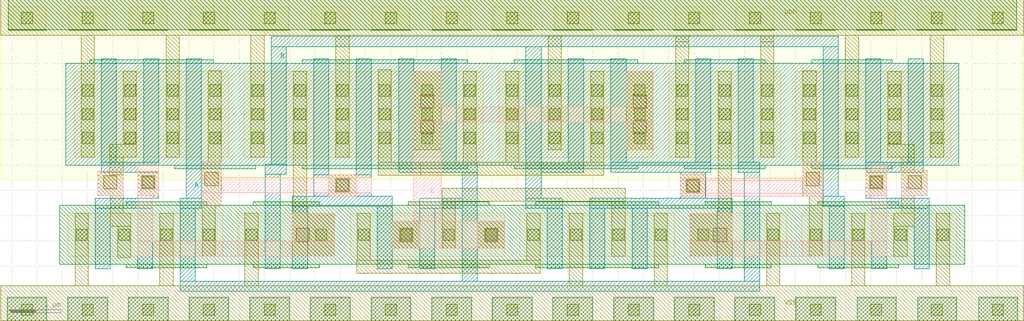
<source format=lef>
  X é 	    %é 	    % LIB  >A7KÆ§ð9D¸/ ZT é 	    %é 	    % gf180mcu_gp9t3v3__comp2_2         ,ÿþûj ÿþûj mÿÿJp mÿÿJp ÿþûj           ,ÿÿ!v )ÿÿ!v ëÿÿ$d ëÿÿ$d )ÿÿ!v )          ,ÿÿ!v  ûÿÿ!v  ýaÿÿ$d  ýaÿÿ$d  ûÿÿ!v  û          ,ÿÿ!v  ûÿÿ!v  ýaÿÿ$d  ýaÿÿ$d  ûÿÿ!v  û          ,ÿÿ!v )ÿÿ!v ëÿÿ$d ëÿÿ$d )ÿÿ!v )          ,ÿÿ!ß Gÿÿ!ß ëÿÿ-Ó ëÿÿ-Ó Gÿÿ!ß G          ,ÿÿ8æ )ÿÿ8æ ëÿÿ;Ô ëÿÿ;Ô )ÿÿ8æ )          ,ÿÿ&& )ÿÿ&& ëÿÿ) ëÿÿ) )ÿÿ&& )          ,ÿÿ= )ÿÿ= ëÿÿ@ ëÿÿ@ )ÿÿ= )          ,ÿÿ= )ÿÿ= ëÿÿ@ ëÿÿ@ )ÿÿ= )          ,ÿÿ*Ö )ÿÿ*Ö ëÿÿ-Ä ëÿÿ-Ä )ÿÿ*Ö )          ,ÿÿBF )ÿÿBF ëÿÿE4 ëÿÿE4 )ÿÿBF )          ,ÿÿBF )ÿÿBF ëÿÿE4 ëÿÿE4 )ÿÿBF )          ,ÿÿ8æ )ÿÿ8æ ëÿÿ;Ô ëÿÿ;Ô )ÿÿ8æ )          ,ÿÿ46 )ÿÿ46 ëÿÿ7$ ëÿÿ7$ )ÿÿ46 )          ,ÿÿ/ )ÿÿ/ ëÿÿ2t ëÿÿ2t )ÿÿ/ )          ,ÿÿ*Ö )ÿÿ*Ö ëÿÿ-Ä ëÿÿ-Ä )ÿÿ*Ö )          ,ÿÿ&& )ÿÿ&& ëÿÿ) ëÿÿ) )ÿÿ&& )          ,ÿÿ/ )ÿÿ/ ëÿÿ2t ëÿÿ2t )ÿÿ/ )          ,ÿÿ8× Gÿÿ8× ëÿÿDË ëÿÿDË Gÿÿ8× G          ,ÿÿ.ÿ Gÿÿ.ÿ ëÿÿ7« ëÿÿ7« Gÿÿ.ÿ G          ,ÿÿ46 )ÿÿ46 ëÿÿ7$ ëÿÿ7$ )ÿÿ46 )          ,ÿÿBF )ÿÿBF ëÿÿE4 ëÿÿE4 )ÿÿBF )          ,ÿÿBF )ÿÿBF ëÿÿE4 ëÿÿE4 )ÿÿBF )          ,ÿÿFö )ÿÿFö ëÿÿIä ëÿÿIä )ÿÿFö )          ,ÿÿFö )ÿÿFö ëÿÿIä ëÿÿIä )ÿÿFö )          ,ÿÿFö )ÿÿFö ëÿÿIä ëÿÿIä )ÿÿFö )          ,ÿÿFö )ÿÿFö ëÿÿIä ëÿÿIä )ÿÿFö )          ,ÿÿ
 )ÿÿ
 ëÿÿô ëÿÿô )ÿÿ
 )          ,ÿÿ
 )ÿÿ
 ëÿÿô ëÿÿô )ÿÿ
 )          ,ÿÿÆ )ÿÿÆ ëÿÿ´ ëÿÿ´ )ÿÿÆ )          ,ÿÿ )ÿÿ ëÿÿ ëÿÿ )ÿÿ )          ,ÿÿf )ÿÿf ëÿÿT ëÿÿT )ÿÿf )          ,ÿÿ¶ )ÿÿ¶ ëÿÿ¤ ëÿÿ¤ )ÿÿ¶ )          ,ÿÿ
 )ÿÿ
 ëÿÿô ëÿÿô )ÿÿ
 )          ,ÿÿ ¦ )ÿÿ ¦ ëÿÿ ëÿÿ )ÿÿ ¦ )          ,ÿÿV )ÿÿV ëÿÿD ëÿÿD )ÿÿV )          ,ÿÿÆ )ÿÿÆ ëÿÿ´ ëÿÿ´ )ÿÿÆ )          ,ÿÿ
 )ÿÿ
 ëÿÿô ëÿÿô )ÿÿ
 )          ,ÿÿ Gÿÿ ëÿÿ ëÿÿ Gÿÿ G          ,ÿÿ/ Gÿÿ/ ëÿÿ ³ ëÿÿ ³ Gÿÿ/ G          ,ÿÿ¶ )ÿÿ¶ ëÿÿ¤ ëÿÿ¤ )ÿÿ¶ )          ,ÿÿV )ÿÿV ëÿÿD ëÿÿD )ÿÿV )          ,ÿÿf )ÿÿf ëÿÿT ëÿÿT )ÿÿf )          ,ÿÿ ¦ )ÿÿ ¦ ëÿÿ ëÿÿ )ÿÿ ¦ )          ,ÿþûö )ÿþûö ëÿþþä ëÿþþä )ÿþûö )          ,ÿþûö )ÿþûö ëÿþþä ëÿþþä )ÿþûö )          ,ÿÿf  ûÿÿf  ýaÿÿT  ýaÿÿT  ûÿÿf  û          ,ÿÿÆ  ûÿÿÆ  ýaÿÿ´  ýaÿÿ´  ûÿÿÆ  û          ,ÿÿV  ûÿÿV  ýaÿÿD  ýaÿÿD  ûÿÿV  û          ,ÿÿV  ûÿÿV  ýaÿÿD  ýaÿÿD  ûÿÿV  û          ,ÿÿ
  ûÿÿ
  ýaÿÿô  ýaÿÿô  ûÿÿ
  û          ,ÿÿ   ÿÿ  ñÿÿ ñÿÿ  ÿÿ             ,ÿÿÆ  ûÿÿÆ  ýaÿÿ´  ýaÿÿ´  ûÿÿÆ  û          ,ÿÿ  ûÿÿ  ýaÿÿ  ýaÿÿ  ûÿÿ  û          ,ÿÿf  ûÿÿf  ýaÿÿT  ýaÿÿT  ûÿÿf  û          ,ÿÿ¶  ûÿÿ¶  ýaÿÿ¤  ýaÿÿ¤  ûÿÿ¶  û          ,ÿÿ
  ûÿÿ
  ýaÿÿô  ýaÿÿô  ûÿÿ
  û          ,ÿÿ
  ûÿÿ
  ýaÿÿô  ýaÿÿô  ûÿÿ
  û          ,ÿÿV  ûÿÿV  ýaÿÿD  ýaÿÿD  ûÿÿV  û          ,ÿÿV  ûÿÿV  ýaÿÿD  ýaÿÿD  ûÿÿV  û          ,ÿÿ·  ÿÿ· ñÿÿ7 ñÿÿ7  ÿÿ·            ,ÿÿc  ÿÿc ñÿÿ"W ñÿÿ"W  ÿÿc            ,ÿÿ
  ûÿÿ
  ýaÿÿô  ýaÿÿô  ûÿÿ
  û          ,ÿÿ¶  ûÿÿ¶  ýaÿÿ¤  ýaÿÿ¤  ûÿÿ¶  û          ,ÿÿ ¦  ûÿÿ ¦  ýaÿÿ  ýaÿÿ  ûÿÿ ¦  û          ,ÿÿ ¦  ûÿÿ ¦  ýaÿÿ  ýaÿÿ  ûÿÿ ¦  û          ,ÿÿ ¦  ûÿÿ ¦  ýaÿÿ  ýaÿÿ  ûÿÿ ¦  û          ,ÿÿ ¦  ûÿÿ ¦  ýaÿÿ  ýaÿÿ  ûÿÿ ¦  û          ,ÿÿ ¦  ûÿÿ ¦  ýaÿÿ  ýaÿÿ  ûÿÿ ¦  û          ,ÿÿ ¦  ûÿÿ ¦  ýaÿÿ  ýaÿÿ  ûÿÿ ¦  û          ,ÿÿ ¦  ûÿÿ ¦  ýaÿÿ  ýaÿÿ  ûÿÿ ¦  û          ,ÿÿ ¦  ûÿÿ ¦  ýaÿÿ  ýaÿÿ  ûÿÿ ¦  û          ,ÿþûö  ûÿþûö  ýaÿþþä  ýaÿþþä  ûÿþûö  û          ,ÿþûö  ûÿþûö  ýaÿþþä  ýaÿþþä  ûÿþûö  û          ,ÿþûö  ûÿþûö  ýaÿþþä  ýaÿþþä  ûÿþûö  û          ,ÿþûö  ûÿþûö  ýaÿþþä  ýaÿþþä  ûÿþûö  û          ,ÿþûö  ûÿþûö  ýaÿþþä  ýaÿþþä  ûÿþûö  û          ,ÿþûö  ûÿþûö  ýaÿþþä  ýaÿþþä  ûÿþûö  û          ,ÿþûö  ûÿþûö  ýaÿþþä  ýaÿþþä  ûÿþûö  û          ,ÿþûö  ûÿþûö  ýaÿþþä  ýaÿþþä  ûÿþûö  û          ,ÿÿ/  ûÿÿ/  ýaÿÿ2t  ýaÿÿ2t  ûÿÿ/  û          ,ÿÿBF  ûÿÿBF  ýaÿÿE4  ýaÿÿE4  ûÿÿBF  û          ,ÿÿBF  ûÿÿBF  ýaÿÿE4  ýaÿÿE4  ûÿÿBF  û          ,ÿÿBF  ûÿÿBF  ýaÿÿE4  ýaÿÿE4  ûÿÿBF  û          ,ÿÿBF  ûÿÿBF  ýaÿÿE4  ýaÿÿE4  ûÿÿBF  û          ,ÿÿBF  ûÿÿBF  ýaÿÿE4  ýaÿÿE4  ûÿÿBF  û          ,ÿÿBF  ûÿÿBF  ýaÿÿE4  ýaÿÿE4  ûÿÿBF  û          ,ÿÿBF  ûÿÿBF  ýaÿÿE4  ýaÿÿE4  ûÿÿBF  û          ,ÿÿBF  ûÿÿBF  ýaÿÿE4  ýaÿÿE4  ûÿÿBF  û          ,ÿÿFö  ûÿÿFö  ýaÿÿIä  ýaÿÿIä  ûÿÿFö  û          ,ÿÿFö  ûÿÿFö  ýaÿÿIä  ýaÿÿIä  ûÿÿFö  û          ,ÿÿFö  ûÿÿFö  ýaÿÿIä  ýaÿÿIä  ûÿÿFö  û          ,ÿÿFö  ûÿÿFö  ýaÿÿIä  ýaÿÿIä  ûÿÿFö  û          ,ÿÿFö  ûÿÿFö  ýaÿÿIä  ýaÿÿIä  ûÿÿFö  û          ,ÿÿFö  ûÿÿFö  ýaÿÿIä  ýaÿÿIä  ûÿÿFö  û          ,ÿÿFö  ûÿÿFö  ýaÿÿIä  ýaÿÿIä  ûÿÿFö  û          ,ÿÿFö  ûÿÿFö  ýaÿÿIä  ýaÿÿIä  ûÿÿFö  û          ,ÿÿ=  ûÿÿ=  ýaÿÿ@  ýaÿÿ@  ûÿÿ=  û          ,ÿÿ=  ûÿÿ=  ýaÿÿ@  ýaÿÿ@  ûÿÿ=  û          ,ÿÿ9O  ÿÿ9O ñÿÿEC ñÿÿEC  ÿÿ9O            ,ÿÿ0£  ÿÿ0£ ñÿÿ8# ñÿÿ8#  ÿÿ0£            ,ÿÿ#  ÿÿ# ñÿÿ/w ñÿÿ/w  ÿÿ#            ,ÿÿ=  ûÿÿ=  ýaÿÿ@  ýaÿÿ@  ûÿÿ=  û          ,ÿÿ=  ûÿÿ=  ýaÿÿ@  ýaÿÿ@  ûÿÿ=  û          ,ÿÿ46  ûÿÿ46  ýaÿÿ7$  ýaÿÿ7$  ûÿÿ46  û          ,ÿÿ8æ  ûÿÿ8æ  ýaÿÿ;Ô  ýaÿÿ;Ô  ûÿÿ8æ  û          ,ÿÿ8æ  ûÿÿ8æ  ýaÿÿ;Ô  ýaÿÿ;Ô  ûÿÿ8æ  û          ,ÿÿ46  ûÿÿ46  ýaÿÿ7$  ýaÿÿ7$  ûÿÿ46  û          ,ÿÿ/  ûÿÿ/  ýaÿÿ2t  ýaÿÿ2t  ûÿÿ/  û          ,ÿÿ*Ö  ûÿÿ*Ö  ýaÿÿ-Ä  ýaÿÿ-Ä  ûÿÿ*Ö  û          ,ÿÿ&&  ûÿÿ&&  ýaÿÿ)  ýaÿÿ)  ûÿÿ&&  û          ,ÿÿ&&  ûÿÿ&&  ýaÿÿ)  ýaÿÿ)  ûÿÿ&&  û          ,ÿÿ*Ö  ûÿÿ*Ö  ýaÿÿ-Ä  ýaÿÿ-Ä  ûÿÿ*Ö  û           ,ÿÿ	ò ÿÿ	ò ÿÿ ÿÿ ÿÿ	ò            ,ÿÿ¢ ÿÿ¢ ÿÿ¸ ÿÿ¸ ÿÿ¢            ,ÿÿR ÿÿR ÿÿh ÿÿh ÿÿR            ,ÿÿ² ÿÿ² ÿÿÈ ÿÿÈ ÿÿ²            ,ÿÿ ¦ ÿÿ ¦ ÿÿ¨ ÿÿ¨ ÿÿ ¦            ,ÿÿ!b ÿÿ!b ÿÿ$x ÿÿ$x ÿÿ!b            ,ÿÿ& ÿÿ& ÿÿ)( ÿÿ)( ÿÿ&            ,ÿÿ*Â ÿÿ*Â ÿÿ-Ø ÿÿ-Ø ÿÿ*Â            ,ÿÿ/r ÿÿ/r ÿÿ2 ÿÿ2 ÿÿ/r            ,ÿÿ4" ÿÿ4" ÿÿ78 ÿÿ78 ÿÿ4"            ,ÿÿ8Ò ÿÿ8Ò ÿÿ;è ÿÿ;è ÿÿ8Ò            ,ÿÿ ÿÿ ×ÿÿU ×ÿÿU ÿÿ            ,ÿÿí ÿÿí ×ÿÿ ×ÿÿ ÿÿí            ,ÿÿá ÿÿá ×ÿÿ!! ×ÿÿ!! ÿÿá            ,ÿÿ  ÿ¹ÿÿ  ÿÿÿÿU  ÿÿÿÿU  ÿ¹ÿÿ  ÿ¹           ,ÿÿí  ÿ¹ÿÿí  ÿÿÿÿ  ÿÿÿÿ  ÿ¹ÿÿí  ÿ¹           ,ÿÿá  ÿ¹ÿÿá  ÿÿÿÿ!!  ÿÿÿÿ!!  ÿ¹ÿÿá  ÿ¹           ,ÿÿV ÿÿV ÿÿX ÿÿX ÿÿV            ,ÿÿ= ÿÿ= ÿÿ@ ÿÿ@ ÿÿ=            ,ÿÿ	ò ÿÿ	ò ÿÿ ÿÿ ÿÿ	ò            ,ÿÿ	ò ÿÿ	ò ÿÿ ÿÿ ÿÿ	ò            ,ÿÿ= ÿÿ= ÿÿ@ ÿÿ@ ÿÿ=            ,ÿÿV ÿÿV ÿÿX ÿÿX ÿÿV            ,ÿÿá  ÿ¹ÿÿá  ÿÿÿÿ!!  ÿÿÿÿ!!  ÿ¹ÿÿá  ÿ¹           ,ÿÿí  ÿ¹ÿÿí  ÿÿÿÿ  ÿÿÿÿ  ÿ¹ÿÿí  ÿ¹           ,ÿÿ  ÿ¹ÿÿ  ÿÿÿÿU  ÿÿÿÿU  ÿ¹ÿÿ  ÿ¹           ,ÿÿá ÿÿá ×ÿÿ!! ×ÿÿ!! ÿÿá            ,ÿÿí ÿÿí ×ÿÿ ×ÿÿ ÿÿí            ,ÿÿ ÿÿ ×ÿÿU ×ÿÿU ÿÿ            ,ÿÿ8Ò ÿÿ8Ò ÿÿ;è ÿÿ;è ÿÿ8Ò            ,ÿÿ4" ÿÿ4" ÿÿ78 ÿÿ78 ÿÿ4"            ,ÿÿ/r ÿÿ/r ÿÿ2 ÿÿ2 ÿÿ/r            ,ÿÿ*Â ÿÿ*Â ÿÿ-Ø ÿÿ-Ø ÿÿ*Â            ,ÿÿ& ÿÿ& ÿÿ)( ÿÿ)( ÿÿ&            ,ÿÿ!b ÿÿ!b ÿÿ$x ÿÿ$x ÿÿ!b            ,ÿÿ² ÿÿ² ÿÿÈ ÿÿÈ ÿÿ²            ,ÿÿ ÿÿ ÿÿ ÿÿ ÿÿ            ,ÿÿR ÿÿR ÿÿh ÿÿh ÿÿR            ,ÿÿ¢ ÿÿ¢ ÿÿ¸ ÿÿ¸ ÿÿ¢            ,ÿÿ	ò ÿÿ	ò ÿÿ ÿÿ ÿÿ	ò            ,ÿþûö ÿþûö mÿÿIä mÿÿIä ÿþûö            ,ÿÿB2 ÿÿB2 ÿÿE4 ÿÿE4 ÿÿB2            ,ÿÿB2 ÿÿB2 ÿÿE4 ÿÿE4 ÿÿB2            ,ÿÿ$¹ ÿÿ$¹ ×ÿÿ.A ×ÿÿ.A ÿÿ$¹            ,ÿÿ1Ù ÿÿ1Ù ×ÿÿ6í ×ÿÿ6í ÿÿ1Ù            ,ÿÿ: ÿÿ: ×ÿÿ@Å ×ÿÿ@Å ÿÿ:            ,ÿÿ$¹  ÿ¹ÿÿ$¹  ÿÿÿÿ.A  ÿÿÿÿ.A  ÿ¹ÿÿ$¹  ÿ¹           ,ÿÿ1Ù  ÿ¹ÿÿ1Ù  ÿÿÿÿ6í  ÿÿÿÿ6í  ÿ¹ÿÿ1Ù  ÿ¹           ,ÿÿ:  ÿ¹ÿÿ:  ÿÿÿÿ@Å  ÿÿÿÿ@Å  ÿ¹ÿÿ:  ÿ¹           ,ÿÿ:  ÿ¹ÿÿ:  ÿÿÿÿ@Å  ÿÿÿÿ@Å  ÿ¹ÿÿ:  ÿ¹           ,ÿÿ1Ù  ÿ¹ÿÿ1Ù  ÿÿÿÿ6í  ÿÿÿÿ6í  ÿ¹ÿÿ1Ù  ÿ¹           ,ÿÿ$¹  ÿ¹ÿÿ$¹  ÿÿÿÿ.A  ÿÿÿÿ.A  ÿ¹ÿÿ$¹  ÿ¹           ,ÿþÿ÷  ÿÿÿþÿ÷ ÿÿEã ÿÿEã  ÿÿÿþÿ÷  ÿÿ           ,ÿÿ: ÿÿ: ×ÿÿ@Å ×ÿÿ@Å ÿÿ:            ,ÿÿ1Ù ÿÿ1Ù ×ÿÿ6í ×ÿÿ6í ÿÿ1Ù            ,ÿÿ$¹ ÿÿ$¹ ×ÿÿ.A ×ÿÿ.A ÿÿ$¹            ,ÿÿB2 ÿÿB2 ÿÿE4 ÿÿE4 ÿÿB2            ,ÿÿB2 ÿÿB2 ÿÿE4 ÿÿE4 ÿÿB2            ,ÿÿFâ ÿÿFâ ÿÿIä ÿÿIä ÿÿFâ            ,ÿÿFâ ÿÿFâ ÿÿIä ÿÿIä ÿÿFâ            ,ÿÿFâ ÿÿFâ ÿÿIä ÿÿIä ÿÿFâ            ,ÿÿFâ ÿÿFâ ÿÿIä ÿÿIä ÿÿFâ            ,ÿÿ ¦ ÿÿ ¦ ÿÿ¨ ÿÿ¨ ÿÿ ¦            ,ÿþûö ÿþûö ÿþþø ÿþþø ÿþûö            ,ÿþûö ÿþûö ÿþþø ÿþþø ÿþûö           ,ÿÿ­ ÿÿ­ Ñÿÿ} Ñÿÿ} ÿÿ­           ,ÿÿÕ aÿÿÕ §ÿÿ §ÿÿ aÿÿÕ a          ,ÿÿ­ aÿÿ­ §ÿÿ} §ÿÿ} aÿÿ­ a          ,ÿÿ¢  ûÿÿ¢  ýuÿÿ¸  ýuÿÿ¸  ûÿÿ¢  û          ,ÿÿ=  ûÿÿ=  ýuÿÿ@  ýuÿÿ@  ûÿÿ=  û          ,ÿÿR  ûÿÿR  ýuÿÿh  ýuÿÿh  ûÿÿR  û          ,ÿÿ  ûÿÿ  ýuÿÿ  ýuÿÿ  ûÿÿ  û          ,ÿÿ²  ûÿÿ²  ýuÿÿÈ  ýuÿÿÈ  ûÿÿ²  û          ,ÿÿ!b  ûÿÿ!b  ýuÿÿ$x  ýuÿÿ$x  ûÿÿ!b  û          ,ÿÿ&  ûÿÿ&  ýuÿÿ)(  ýuÿÿ)(  ûÿÿ&  û          ,ÿÿ*Â  ûÿÿ*Â  ýuÿÿ-Ø  ýuÿÿ-Ø  ûÿÿ*Â  û          ,ÿÿ/r  ûÿÿ/r  ýuÿÿ2  ýuÿÿ2  ûÿÿ/r  û          ,ÿÿ4"  ûÿÿ4"  ýuÿÿ78  ýuÿÿ78  ûÿÿ4"  û          ,ÿÿ8Ò  ûÿÿ8Ò  ýuÿÿ;è  ýuÿÿ;è  ûÿÿ8Ò  û          ,ÿÿ	ò  ûÿÿ	ò  ýuÿÿ  ýuÿÿ  ûÿÿ	ò  û          ,ÿÿB  ûÿÿB  ýuÿÿX  ýuÿÿX  ûÿÿB  û          ,ÿÿB  ûÿÿB  ýuÿÿX  ýuÿÿX  ûÿÿB  û          ,ÿÿ	ò  ûÿÿ	ò  ýuÿÿ  ýuÿÿ  ûÿÿ	ò  û          ,ÿÿ8Ò  ûÿÿ8Ò  ýuÿÿ;è  ýuÿÿ;è  ûÿÿ8Ò  û          ,ÿÿ4"  ûÿÿ4"  ýuÿÿ78  ýuÿÿ78  ûÿÿ4"  û          ,ÿÿ/r  ûÿÿ/r  ýuÿÿ2  ýuÿÿ2  ûÿÿ/r  û          ,ÿÿ*Â  ûÿÿ*Â  ýuÿÿ-Ø  ýuÿÿ-Ø  ûÿÿ*Â  û          ,ÿÿ&  ûÿÿ&  ýuÿÿ)(  ýuÿÿ)(  ûÿÿ&  û          ,ÿÿ!b  ûÿÿ!b  ýuÿÿ$x  ýuÿÿ$x  ûÿÿ!b  û          ,ÿÿ²  ûÿÿ²  ýuÿÿÈ  ýuÿÿÈ  ûÿÿ²  û          ,ÿÿ  ûÿÿ  ýuÿÿ  ýuÿÿ  ûÿÿ  û          ,ÿÿR  ûÿÿR  ýuÿÿh  ýuÿÿh  ûÿÿR  û          ,ÿÿ=  ûÿÿ=  ýuÿÿ@  ýuÿÿ@  ûÿÿ=  û          ,ÿÿ¢  ûÿÿ¢  ýuÿÿ¸  ýuÿÿ¸  ûÿÿ¢  û          ,ÿÿ­ aÿÿ­ §ÿÿ} §ÿÿ} aÿÿ­ a          ,ÿÿÕ aÿÿÕ §ÿÿ §ÿÿ aÿÿÕ a          ,ÿÿ­ ÿÿ­ Ñÿÿ} Ñÿÿ} ÿÿ­           ,ÿÿE ÿÿE ÑÿÿÍ ÑÿÿÍ ÿÿE           ,ÿÿ# ÿÿ# Ñÿÿ, Ñÿÿ, ÿÿ#           ,ÿÿ05 ÿÿ05 Ñÿÿ6u Ñÿÿ6u ÿÿ05           ,ÿÿ: ÿÿ: Ñÿÿ@M Ñÿÿ@M ÿÿ:           ,ÿÿ# aÿÿ# §ÿÿ, §ÿÿ, aÿÿ# a          ,ÿÿ05 aÿÿ05 §ÿÿ6u §ÿÿ6u aÿÿ05 a          ,ÿÿ: aÿÿ: §ÿÿ@M §ÿÿ@M aÿÿ: a          ,ÿÿ: aÿÿ: §ÿÿ@M §ÿÿ@M aÿÿ: a          ,ÿÿ05 aÿÿ05 §ÿÿ6u §ÿÿ6u aÿÿ05 a          ,ÿÿ# aÿÿ# §ÿÿ, §ÿÿ, aÿÿ# a          ,ÿÿ o §ÿÿ o ÿÿEk ÿÿEk §ÿÿ o §          ,ÿÿ: ÿÿ: Ñÿÿ@M Ñÿÿ@M ÿÿ:           ,ÿÿ05 ÿÿ05 Ñÿÿ6u Ñÿÿ6u ÿÿ05           ,ÿÿ# ÿÿ# Ñÿÿ, Ñÿÿ, ÿÿ#           ,ÿÿBF  ûÿÿBF  ýuÿÿEH  ýuÿÿEH  ûÿÿBF  û          ,ÿÿBF  ûÿÿBF  ýuÿÿEH  ýuÿÿEH  ûÿÿBF  û          ,ÿÿBF  ûÿÿBF  ýuÿÿEH  ýuÿÿEH  ûÿÿBF  û          ,ÿÿBF  ûÿÿBF  ýuÿÿEH  ýuÿÿEH  ûÿÿBF  û          ,ÿÿFö  ûÿÿFö  ýuÿÿIø  ýuÿÿIø  ûÿÿFö  û          ,ÿÿFö  ûÿÿFö  ýuÿÿIø  ýuÿÿIø  ûÿÿFö  û          ,ÿÿFö  ûÿÿFö  ýuÿÿIø  ýuÿÿIø  ûÿÿFö  û          ,ÿÿFö  ûÿÿFö  ýuÿÿIø  ýuÿÿIø  ûÿÿFö  û          ,ÿÿ   ûÿÿ   ýuÿÿ¨  ýuÿÿ¨  ûÿÿ   û          ,ÿÿ   ûÿÿ   ýuÿÿ¨  ýuÿÿ¨  ûÿÿ   û          ,ÿÿ   ûÿÿ   ýuÿÿ¨  ýuÿÿ¨  ûÿÿ   û          ,ÿÿ   ûÿÿ   ýuÿÿ¨  ýuÿÿ¨  ûÿÿ   û          ,ÿþûâ  ûÿþûâ  ýuÿþþø  ýuÿþþø  ûÿþûâ  û          ,ÿþûâ  ûÿþûâ  ýuÿþþø  ýuÿþþø  ûÿþûâ  û          ,ÿþûâ  ûÿþûâ  ýuÿþþø  ýuÿþþø  ûÿþûâ  û          ,ÿþûâ  ûÿþûâ  ýuÿþþø  ýuÿþþø  ûÿþûâ  û          ,ÿÿK ÕÿÿK ÿÿ< ÿÿ< ÕÿÿK Õ          ,ÿÿs »ÿÿs åÿÿ åÿÿ »ÿÿs »          ,ÿÿ	» ÿÿ	» åÿÿ
ç åÿÿ
ç ÿÿ	»           ,ÿÿ>³ Uÿÿ>³ ÿÿC' ÿÿC' Uÿÿ>³ U          ,ÿÿK »ÿÿK Õÿÿw Õÿÿw »ÿÿK »          ,ÿÿ	C Uÿÿ	C ÿÿ
ç ÿÿ
ç Uÿÿ	C U          ,ÿÿÓ óÿÿÓ »ÿÿw »ÿÿw óÿÿÓ ó          ,ÿÿÓ  ÿ¥ÿÿÓ óÿÿÿ óÿÿÿ  ÿ¥ÿÿÓ  ÿ¥          ,ÿÿ îÿÿ åÿÿ¿ åÿÿ¿ îÿÿ î          ,ÿÿ# ÿÿ# åÿÿO åÿÿO ÿÿ#           ,ÿÿO ÿÿO ãÿÿ ; ãÿÿ ; ÿÿO           ,ÿÿï  ÿ¥ÿÿï }ÿÿ }ÿÿ  ÿ¥ÿÿï  ÿ¥          ,ÿÿï }ÿÿï Eÿÿ« Eÿÿ« }ÿÿï }          ,ÿÿÇ UÿÿÇ ÿÿ ÿÿ UÿÿÇ U          ,ÿÿÇ  ÿ¥ÿÿÇ Uÿÿó Uÿÿó  ÿ¥ÿÿÇ  ÿ¥          ,ÿÿ(ç Uÿÿ(ç ÿÿ3ë ÿÿ3ë Uÿÿ(ç U          ,ÿÿ%' ÿÿ%' ãÿÿ(o ãÿÿ(o ÿÿ%'           ,ÿÿ:ó Eÿÿ:ó Õÿÿ< Õÿÿ< Eÿÿ:ó E          ,ÿÿAû  ÿ¥ÿÿAû UÿÿC' UÿÿC'  ÿ¥ÿÿAû  ÿ¥          ,ÿÿ>; ÿÿ>; ãÿÿB¯ ãÿÿB¯ ÿÿ>;           ,ÿÿ	C  ýíÿÿ	C  þµÿÿ6  þµÿÿ6  ýíÿÿ	C  ýí          ,ÿÿA ãÿÿA åÿÿB¯ åÿÿB¯ ãÿÿA ã          ,ÿÿ	C  ýíÿÿ	C  þµÿÿ6  þµÿÿ6  ýíÿÿ	C  ýí          ,ÿÿ:ó Eÿÿ:ó Õÿÿ< Õÿÿ< Eÿÿ:ó E          ,ÿÿ4Û  þµÿÿ4Û ÿÿ6 ÿÿ6  þµÿÿ4Û  þµ          ,ÿÿ%  ÿ¥ÿÿ% Uÿÿ&Ë Uÿÿ&Ë  ÿ¥ÿÿ%  ÿ¥          ,ÿÿ#û Uÿÿ#û ÿÿ&Ë ÿÿ&Ë Uÿÿ#û U          ,ÿÿ#û ÿÿ#û Õÿÿ%' Õÿÿ%' ÿÿ#û           ,ÿÿ  þµÿÿ ÿÿ ; ÿÿ ;  þµÿÿ  þµ          ,ÿÿ  ÿ¥ÿÿ }ÿÿ« }ÿÿ«  ÿ¥ÿÿ  ÿ¥          ,ÿÿï  ÿ¥ÿÿï }ÿÿ }ÿÿ  ÿ¥ÿÿï  ÿ¥          ,ÿÿ Eÿÿ îÿÿ îÿÿ Eÿÿ E          ,ÿÿk ãÿÿk åÿÿ åÿÿ ãÿÿk ã          ,ÿÿÛ îÿÿÛ åÿÿ åÿÿ îÿÿÛ î          ,ÿÿ îÿÿ åÿÿ¿ åÿÿ¿ îÿÿ î          ,ÿÿÓ  ÿ¥ÿÿÓ óÿÿÿ óÿÿÿ  ÿ¥ÿÿÓ  ÿ¥          ,ÿÿ	C  þµÿÿ	C Uÿÿ
o Uÿÿ
o  þµÿÿ	C  þµ          ,ÿÿÓ óÿÿÓ »ÿÿw »ÿÿw óÿÿÓ ó          ,ÿÿK »ÿÿK Õÿÿw Õÿÿw »ÿÿK »          ,ÿÿû  ÿ¥ÿÿû Uÿÿ' Uÿÿ'  ÿ¥ÿÿû  ÿ¥          ,ÿÿû ÿÿû ÿÿ ÿÿ ÿÿû           ,ÿÿs ãÿÿs åÿÿ åÿÿ ãÿÿs ã          ,ÿÿK ÕÿÿK ÿÿ< ÿÿ< ÕÿÿK Õ          ,ÿÿ+ ÿÿ+ ãÿÿ ãÿÿ ÿÿ+           ,ÿÿ+ ãÿÿ+ åÿÿW åÿÿW ãÿÿ+ ã          ,ÿÿ³  ÿ¥ÿÿ³ Uÿÿß Uÿÿß  ÿ¥ÿÿ³  ÿ¥          ,ÿÿ³ Uÿÿ³ ÿÿ' ÿÿ' Uÿÿ³ U          ,ÿÿ(ç  ÿ¥ÿÿ(ç Uÿÿ* Uÿÿ*  ÿ¥ÿÿ(ç  ÿ¥          ,ÿÿ>; ãÿÿ>; åÿÿ?g åÿÿ?g ãÿÿ>; ã          ,ÿÿ>; ÿÿ>; ÿÿ?ß ÿÿ?ß ÿÿ>;           ,ÿÿ:ó }ÿÿ:ó Eÿÿ< Eÿÿ< }ÿÿ:ó }          ,ÿÿ;k  ÿ¥ÿÿ;k }ÿÿ< }ÿÿ<  ÿ¥ÿÿ;k  ÿ¥          ,ÿÿ>³  ÿ¥ÿÿ>³ Uÿÿ?ß Uÿÿ?ß  ÿ¥ÿÿ>³  ÿ¥          ,ÿÿ;k  ÿ¥ÿÿ;k }ÿÿ< }ÿÿ<  ÿ¥ÿÿ;k  ÿ¥          ,ÿÿ:ó }ÿÿ:ó Eÿÿ< Eÿÿ< }ÿÿ:ó }          ,ÿÿ2¿  ÿ¥ÿÿ2¿ Uÿÿ3ë Uÿÿ3ë  ÿ¥ÿÿ2¿  ÿ¥          ,ÿÿ,/  ÿ¥ÿÿ,/ Uÿÿ-[ Uÿÿ-[  ÿ¥ÿÿ,/  ÿ¥          ,ÿÿ/ê ÿÿ/ê ÿÿ1Þ ÿÿ1Þ ÿÿ/ê           ,ÿÿ4c ÿÿ4c ãÿÿ6 ãÿÿ6 ÿÿ4c           ,ÿÿ4c ãÿÿ4c åÿÿ5 åÿÿ5 ãÿÿ4c ã          ,ÿÿ* ÿÿ* ãÿÿ2G ãÿÿ2G ÿÿ*           ,ÿÿ1 ãÿÿ1 åÿÿ2G åÿÿ2G ãÿÿ1 ã          ,ÿÿ* ãÿÿ* åÿÿ+· åÿÿ+· ãÿÿ* ã          ,ÿÿ'C ãÿÿ'C åÿÿ(o åÿÿ(o ãÿÿ'C ã      !    ,ÿÿ" ÿÿ" xÿÿ#[ xÿÿ#[ ÿÿ"       !    ,ÿÿ"  üÿÿ"  üîÿÿ#[  üîÿÿ#[  üÿÿ"  ü      !    ,ÿÿ"  üÿÿ"  üîÿÿ#[  üîÿÿ#[  üÿÿ"  ü      !    ,ÿÿ" 	Uÿÿ" 
1ÿÿ#[ 
1ÿÿ#[ 	Uÿÿ" 	U      !    ,ÿÿ" +ÿÿ" ÿÿ#[ ÿÿ#[ +ÿÿ" +      !    ,ÿÿ" ÿÿ" Ýÿÿ#[ Ýÿÿ#[ ÿÿ"       !    ,ÿÿ" ÿÿ" xÿÿ#[ xÿÿ#[ ÿÿ"       !    ,ÿÿ%Ç ÿÿ%Ç Ýÿÿ&£ Ýÿÿ&£ ÿÿ%Ç       !    ,ÿÿ%Ç +ÿÿ%Ç ÿÿ&£ ÿÿ&£ +ÿÿ%Ç +      !    ,ÿÿ%Ç 	Uÿÿ%Ç 
1ÿÿ&£ 
1ÿÿ&£ 	Uÿÿ%Ç 	U      !    ,ÿÿ+ß ÿÿ+ß xÿÿ,» xÿÿ,» ÿÿ+ß       !    ,ÿÿ) +ÿÿ) ÿÿ)ë ÿÿ)ë +ÿÿ) +      !    ,ÿÿ0 ÿÿ0 xÿÿ1k xÿÿ1k ÿÿ0       !    ,ÿÿ) 	Uÿÿ) 
1ÿÿ)ë 
1ÿÿ)ë 	Uÿÿ) 	U      !    ,ÿÿ5? ÿÿ5? xÿÿ6 xÿÿ6 ÿÿ5?       !    ,ÿÿ> ÿÿ> xÿÿ?{ xÿÿ?{ ÿÿ>       !    ,ÿÿ) 	Uÿÿ) 
1ÿÿ)ë 
1ÿÿ)ë 	Uÿÿ) 	U      !    ,ÿÿ0 ÿÿ0 xÿÿ1k xÿÿ1k ÿÿ0       !    ,ÿÿ) +ÿÿ) ÿÿ)ë ÿÿ)ë +ÿÿ) +      !    ,ÿÿ+ß ÿÿ+ß xÿÿ,» xÿÿ,» ÿÿ+ß       !    ,ÿÿ) ÿÿ) Ýÿÿ)ë Ýÿÿ)ë ÿÿ)       !    ,ÿÿ'/ ÿÿ'/ xÿÿ( xÿÿ( ÿÿ'/       !    ,ÿÿ9ï ÿÿ9ï xÿÿ:Ë xÿÿ:Ë ÿÿ9ï       !    ,ÿÿ9ï ÿÿ9ï xÿÿ:Ë xÿÿ:Ë ÿÿ9ï       !    ,ÿÿ'/ ÿÿ'/ xÿÿ( xÿÿ( ÿÿ'/       !    ,ÿÿ) ÿÿ) Ýÿÿ)ë Ýÿÿ)ë ÿÿ)       !    ,ÿÿ> ÿÿ> xÿÿ?{ xÿÿ?{ ÿÿ>       !    ,ÿÿ5? ÿÿ5? xÿÿ6 xÿÿ6 ÿÿ5?       !    ,ÿÿCO ÿÿCO xÿÿD+ xÿÿD+ ÿÿCO       !    ,ÿÿCO ÿÿCO xÿÿD+ xÿÿD+ ÿÿCO       !    ,ÿÿCO ÿÿCO xÿÿD+ xÿÿD+ ÿÿCO       !    ,ÿÿCO ÿÿCO xÿÿD+ xÿÿD+ ÿÿCO       !    ,ÿÿGÿ ÿÿGÿ xÿÿHÛ xÿÿHÛ ÿÿGÿ       !    ,ÿÿGÿ ÿÿGÿ xÿÿHÛ xÿÿHÛ ÿÿGÿ       !    ,ÿÿGÿ ÿÿGÿ xÿÿHÛ xÿÿHÛ ÿÿGÿ       !    ,ÿÿGÿ ÿÿGÿ xÿÿHÛ xÿÿHÛ ÿÿGÿ       !    ,ÿÿCO 	UÿÿCO 
1ÿÿD+ 
1ÿÿD+ 	UÿÿCO 	U      !    ,ÿÿCO ÿÿCO ÝÿÿD+ ÝÿÿD+ ÿÿCO       !    ,ÿÿCO +ÿÿCO ÿÿD+ ÿÿD+ +ÿÿCO +      !    ,ÿÿ/ 	Uÿÿ/ 
1ÿÿ0{ 
1ÿÿ0{ 	Uÿÿ/ 	U      !    ,ÿÿ2ç 	Uÿÿ2ç 
1ÿÿ3Ã 
1ÿÿ3Ã 	Uÿÿ2ç 	U      !    ,ÿÿ6/ 	Uÿÿ6/ 
1ÿÿ7 
1ÿÿ7 	Uÿÿ6/ 	U      !    ,ÿÿ9w 	Uÿÿ9w 
1ÿÿ:S 
1ÿÿ:S 	Uÿÿ9w 	U      !    ,ÿÿ<¿ 	Uÿÿ<¿ 
1ÿÿ= 
1ÿÿ= 	Uÿÿ<¿ 	U      !    ,ÿÿ@ 	Uÿÿ@ 
1ÿÿ@ã 
1ÿÿ@ã 	Uÿÿ@ 	U      !    ,ÿÿ/ ÿÿ/ Ýÿÿ0{ Ýÿÿ0{ ÿÿ/       !    ,ÿÿ,W ÿÿ,W Ýÿÿ-3 Ýÿÿ-3 ÿÿ,W       !    ,ÿÿ,W ÿÿ,W Ýÿÿ-3 Ýÿÿ-3 ÿÿ,W       !    ,ÿÿ/ ÿÿ/ Ýÿÿ0{ Ýÿÿ0{ ÿÿ/       !    ,ÿÿ2ç ÿÿ2ç Ýÿÿ3Ã Ýÿÿ3Ã ÿÿ2ç       !    ,ÿÿ6/ ÿÿ6/ Ýÿÿ7 Ýÿÿ7 ÿÿ6/       !    ,ÿÿ9w ÿÿ9w Ýÿÿ:S Ýÿÿ:S ÿÿ9w       !    ,ÿÿ<¿ ÿÿ<¿ Ýÿÿ= Ýÿÿ= ÿÿ<¿       !    ,ÿÿ@ ÿÿ@ Ýÿÿ@ã Ýÿÿ@ã ÿÿ@       !    ,ÿÿ,W +ÿÿ,W ÿÿ-3 ÿÿ-3 +ÿÿ,W +      !    ,ÿÿ/ +ÿÿ/ ÿÿ0{ ÿÿ0{ +ÿÿ/ +      !    ,ÿÿ2ç +ÿÿ2ç ÿÿ3Ã ÿÿ3Ã +ÿÿ2ç +      !    ,ÿÿ6/ +ÿÿ6/ ÿÿ7 ÿÿ7 +ÿÿ6/ +      !    ,ÿÿ9w +ÿÿ9w ÿÿ:S ÿÿ:S +ÿÿ9w +      !    ,ÿÿ<¿ +ÿÿ<¿ ÿÿ= ÿÿ= +ÿÿ<¿ +      !    ,ÿÿ@ +ÿÿ@ ÿÿ@ã ÿÿ@ã +ÿÿ@ +      !    ,ÿÿ,W 	Uÿÿ,W 
1ÿÿ-3 
1ÿÿ-3 	Uÿÿ,W 	U      !    ,ÿÿ@ 	Uÿÿ@ 
1ÿÿ@ã 
1ÿÿ@ã 	Uÿÿ@ 	U      !    ,ÿÿ<¿ 	Uÿÿ<¿ 
1ÿÿ= 
1ÿÿ= 	Uÿÿ<¿ 	U      !    ,ÿÿ9w 	Uÿÿ9w 
1ÿÿ:S 
1ÿÿ:S 	Uÿÿ9w 	U      !    ,ÿÿ6/ 	Uÿÿ6/ 
1ÿÿ7 
1ÿÿ7 	Uÿÿ6/ 	U      !    ,ÿÿ2ç 	Uÿÿ2ç 
1ÿÿ3Ã 
1ÿÿ3Ã 	Uÿÿ2ç 	U      !    ,ÿÿ/ 	Uÿÿ/ 
1ÿÿ0{ 
1ÿÿ0{ 	Uÿÿ/ 	U      !    ,ÿÿ,W 	Uÿÿ,W 
1ÿÿ-3 
1ÿÿ-3 	Uÿÿ,W 	U      !    ,ÿÿ@ +ÿÿ@ ÿÿ@ã ÿÿ@ã +ÿÿ@ +      !    ,ÿÿ<¿ +ÿÿ<¿ ÿÿ= ÿÿ= +ÿÿ<¿ +      !    ,ÿÿ9w +ÿÿ9w ÿÿ:S ÿÿ:S +ÿÿ9w +      !    ,ÿÿ6/ +ÿÿ6/ ÿÿ7 ÿÿ7 +ÿÿ6/ +      !    ,ÿÿ2ç +ÿÿ2ç ÿÿ3Ã ÿÿ3Ã +ÿÿ2ç +      !    ,ÿÿ/ +ÿÿ/ ÿÿ0{ ÿÿ0{ +ÿÿ/ +      !    ,ÿÿ,W +ÿÿ,W ÿÿ-3 ÿÿ-3 +ÿÿ,W +      !    ,ÿÿ@ ÿÿ@ Ýÿÿ@ã Ýÿÿ@ã ÿÿ@       !    ,ÿÿ<¿ ÿÿ<¿ Ýÿÿ= Ýÿÿ= ÿÿ<¿       !    ,ÿÿ9w ÿÿ9w Ýÿÿ:S Ýÿÿ:S ÿÿ9w       !    ,ÿÿ6/ ÿÿ6/ Ýÿÿ7 Ýÿÿ7 ÿÿ6/       !    ,ÿÿ2ç ÿÿ2ç Ýÿÿ3Ã Ýÿÿ3Ã ÿÿ2ç       !    ,ÿÿ ÿÿ xÿÿë xÿÿë ÿÿ       !    ,ÿÿ7 +ÿÿ7 ÿÿ  ÿÿ  +ÿÿ7 +      !    ,ÿÿ ÿÿ Ýÿÿó Ýÿÿó ÿÿ       !    ,ÿÿÏ 	UÿÿÏ 
1ÿÿ« 
1ÿÿ« 	UÿÿÏ 	U      !    ,ÿÿï ÿÿï ÝÿÿË ÝÿÿË ÿÿï       !    ,ÿÿ7 ÿÿ7 Ýÿÿ  Ýÿÿ  ÿÿ7       !    ,ÿÿ¿ ÿÿ¿ xÿÿ xÿÿ ÿÿ¿       !    ,ÿÿo ÿÿo xÿÿK xÿÿK ÿÿo       !    ,ÿÿ ÿÿ xÿÿû xÿÿû ÿÿ       !    ,ÿÿÏ ÿÿÏ xÿÿ« xÿÿ« ÿÿÏ       !    ,ÿÿ¯ +ÿÿ¯ ÿÿ ÿÿ +ÿÿ¯ +      !    ,ÿÿ¯ ÿÿ¯ Ýÿÿ Ýÿÿ ÿÿ¯       !    ,ÿÿ¯ 	Uÿÿ¯ 
1ÿÿ 
1ÿÿ 	Uÿÿ¯ 	U      !    ,ÿÿ 	Uÿÿ 
1ÿÿó 
1ÿÿó 	Uÿÿ 	U      !    ,ÿÿ¯ ÿÿ¯ xÿÿ xÿÿ ÿÿ¯       !    ,ÿÿ¯ ÿÿ¯ xÿÿ xÿÿ ÿÿ¯       !    ,ÿþüÿ ÿþüÿ xÿþýÛ xÿþýÛ ÿþüÿ       !    ,ÿÿï 	Uÿÿï 
1ÿÿË 
1ÿÿË 	Uÿÿï 	U      !    ,ÿÿ7 	Uÿÿ7 
1ÿÿ  
1ÿÿ  	Uÿÿ7 	U      !    ,ÿÿ÷ ÿÿ÷ ÝÿÿÓ ÝÿÿÓ ÿÿ÷       !    ,ÿÿ? ÿÿ? Ýÿÿ	 Ýÿÿ	 ÿÿ?       !    ,ÿÿ ÿÿ Ýÿÿc Ýÿÿc ÿÿ       !    ,ÿÿÏ ÿÿÏ Ýÿÿ« Ýÿÿ« ÿÿÏ       !    ,ÿÿ÷ +ÿÿ÷ ÿÿÓ ÿÿÓ +ÿÿ÷ +      !    ,ÿÿ? +ÿÿ? ÿÿ	 ÿÿ	 +ÿÿ? +      !    ,ÿÿ +ÿÿ ÿÿc ÿÿc +ÿÿ +      !    ,ÿÿÏ +ÿÿÏ ÿÿ« ÿÿ« +ÿÿÏ +      !    ,ÿÿ +ÿÿ ÿÿó ÿÿó +ÿÿ +      !    ,ÿÿ ÿÿ xÿÿë xÿÿë ÿÿ       !    ,ÿÿ§ +ÿÿ§ ÿÿ ÿÿ +ÿÿ§ +      !    ,ÿÿ_ ÿÿ_ xÿÿ; xÿÿ; ÿÿ_       !    ,ÿÿ ÿÿ xÿÿë xÿÿë ÿÿ       !    ,ÿÿ +ÿÿ ÿÿó ÿÿó +ÿÿ +      !    ,ÿÿ_ +ÿÿ_ ÿÿ; ÿÿ; +ÿÿ_ +      !    ,ÿÿ +ÿÿ ÿÿc ÿÿc +ÿÿ +      !    ,ÿÿ? +ÿÿ? ÿÿ	 ÿÿ	 +ÿÿ? +      !    ,ÿÿ÷ +ÿÿ÷ ÿÿÓ ÿÿÓ +ÿÿ÷ +      !    ,ÿÿ_ ÿÿ_ Ýÿÿ; Ýÿÿ; ÿÿ_       !    ,ÿÿ ÿÿ Ýÿÿc Ýÿÿc ÿÿ       !    ,ÿÿ? ÿÿ? Ýÿÿ	 Ýÿÿ	 ÿÿ?       !    ,ÿÿ÷ ÿÿ÷ ÝÿÿÓ ÝÿÿÓ ÿÿ÷       !    ,ÿÿ7 	Uÿÿ7 
1ÿÿ  
1ÿÿ  	Uÿÿ7 	U      !    ,ÿÿ§ 	Uÿÿ§ 
1ÿÿ 
1ÿÿ 	Uÿÿ§ 	U      !    ,ÿÿ÷ 	Uÿÿ÷ 
1ÿÿÓ 
1ÿÿÓ 	Uÿÿ÷ 	U      !    ,ÿÿ 	Uÿÿ 
1ÿÿó 
1ÿÿó 	Uÿÿ 	U      !    ,ÿÿ_ 	Uÿÿ_ 
1ÿÿ; 
1ÿÿ; 	Uÿÿ_ 	U      !    ,ÿÿ 	Uÿÿ 
1ÿÿc 
1ÿÿc 	Uÿÿ 	U      !    ,ÿÿ? 	Uÿÿ? 
1ÿÿ	 
1ÿÿ	 	Uÿÿ? 	U      !    ,ÿÿ÷ 	Uÿÿ÷ 
1ÿÿÓ 
1ÿÿÓ 	Uÿÿ÷ 	U      !    ,ÿÿ ÿÿ xÿÿë xÿÿë ÿÿ       !    ,ÿÿÏ ÿÿÏ xÿÿ« xÿÿ« ÿÿÏ       !    ,ÿÿ ÿÿ xÿÿû xÿÿû ÿÿ       !    ,ÿÿo ÿÿo xÿÿK xÿÿK ÿÿo       !    ,ÿÿ¿ ÿÿ¿ xÿÿ xÿÿ ÿÿ¿       !    ,ÿÿ7 ÿÿ7 Ýÿÿ  Ýÿÿ  ÿÿ7       !    ,ÿÿ§ ÿÿ§ Ýÿÿ Ýÿÿ ÿÿ§       !    ,ÿÿ? 	Uÿÿ? 
1ÿÿ	 
1ÿÿ	 	Uÿÿ? 	U      !    ,ÿÿ ÿÿ Ýÿÿó Ýÿÿó ÿÿ       !    ,ÿÿ7 +ÿÿ7 ÿÿ  ÿÿ  +ÿÿ7 +      !    ,ÿÿ 	Uÿÿ 
1ÿÿc 
1ÿÿc 	Uÿÿ 	U      !    ,ÿÿ_ ÿÿ_ xÿÿ; xÿÿ; ÿÿ_       !    ,ÿÿï +ÿÿï ÿÿË ÿÿË +ÿÿï +      !    ,ÿþüÿ ÿþüÿ xÿþýÛ xÿþýÛ ÿþüÿ       !    ,ÿÿ¿  üÿÿ¿  üîÿÿ  üîÿÿ  üÿÿ¿  ü      !    ,ÿÿ  üÿÿ  üîÿÿë  üîÿÿë  üÿÿ  ü      !    ,ÿÿ Úÿÿ ¶ÿÿo ¶ÿÿo Úÿÿ Ú      !    ,ÿÿK ÚÿÿK ¶ÿÿ' ¶ÿÿ' ÚÿÿK Ú      !    ,ÿÿ Û Úÿÿ Û ¶ÿÿ!· ¶ÿÿ!· Úÿÿ Û Ú      !    ,ÿÿ» Úÿÿ» ¶ÿÿ ¶ÿÿ Úÿÿ» Ú      !    ,ÿÿW ÚÿÿW ¶ÿÿ3 ¶ÿÿ3 ÚÿÿW Ú      !    ,ÿÿ Úÿÿ ¶ÿÿë ¶ÿÿë Úÿÿ Ú      !    ,ÿÿ  üÿÿ  üîÿÿû  üîÿÿû  üÿÿ  ü      !    ,ÿÿÏ  üÿÿÏ  üîÿÿ«  üîÿÿ«  üÿÿÏ  ü      !    ,ÿÿ_ êÿÿ_ Æÿÿ; Æÿÿ; êÿÿ_ ê      !    ,ÿÿ  üÿÿ  üîÿÿë  üîÿÿë  üÿÿ  ü      !    ,ÿÿ_  üÿÿ_  üîÿÿ;  üîÿÿ;  üÿÿ_  ü      !    ,ÿÿ_  üÿÿ_  üîÿÿ;  üîÿÿ;  üÿÿ_  ü      !    ,ÿÿ Úÿÿ ¶ÿÿ[ ¶ÿÿ[ Úÿÿ Ú      !    ,ÿÿÇ ÚÿÿÇ ¶ÿÿ£ ¶ÿÿ£ ÚÿÿÇ Ú      !    ,ÿÿ  üÿÿ  üîÿÿë  üîÿÿë  üÿÿ  ü      !    ,ÿÿ Úÿÿ ¶ÿÿë ¶ÿÿë Úÿÿ Ú      !    ,ÿÿW ÚÿÿW ¶ÿÿ3 ¶ÿÿ3 ÚÿÿW Ú      !    ,ÿÿ» Úÿÿ» ¶ÿÿ ¶ÿÿ Úÿÿ» Ú      !    ,ÿÿ Úÿÿ ¶ÿÿß ¶ÿÿß Úÿÿ Ú      !    ,ÿÿ7 Úÿÿ7 ¶ÿÿ ¶ÿÿ Úÿÿ7 Ú      !    ,ÿÿ¿  üÿÿ¿  üîÿÿ  üîÿÿ  üÿÿ¿  ü      !    ,ÿÿo  üÿÿo  üîÿÿK  üîÿÿK  üÿÿo  ü      !    ,ÿÿÇ ÚÿÿÇ ¶ÿÿ£ ¶ÿÿ£ ÚÿÿÇ Ú      !    ,ÿÿ Úÿÿ ¶ÿÿ[ ¶ÿÿ[ Úÿÿ Ú      !    ,ÿÿ_  üÿÿ_  üîÿÿ;  üîÿÿ;  üÿÿ_  ü      !    ,ÿÿ Úÿÿ ¶ÿÿo ¶ÿÿo Úÿÿ Ú      !    ,ÿÿ_  üÿÿ_  üîÿÿ;  üîÿÿ;  üÿÿ_  ü      !    ,ÿÿ  üÿÿ  üîÿÿë  üîÿÿë  üÿÿ  ü      !    ,ÿÿ_ êÿÿ_ Æÿÿ; Æÿÿ; êÿÿ_ ê      !    ,ÿÿÏ  üÿÿÏ  üîÿÿ«  üîÿÿ«  üÿÿÏ  ü      !    ,ÿÿ  üÿÿ  üîÿÿû  üîÿÿû  üÿÿ  ü      !    ,ÿÿo  üÿÿo  üîÿÿK  üîÿÿK  üÿÿo  ü      !    ,ÿÿ¯  üÿÿ¯  üîÿÿ  üîÿÿ  üÿÿ¯  ü      !    ,ÿÿ¯  üÿÿ¯  üîÿÿ  üîÿÿ  üÿÿ¯  ü      !    ,ÿÿ¯  üÿÿ¯  üîÿÿ  üîÿÿ  üÿÿ¯  ü      !    ,ÿÿ¯  üÿÿ¯  üîÿÿ  üîÿÿ  üÿÿ¯  ü      !    ,ÿÿ¯  üÿÿ¯  üîÿÿ  üîÿÿ  üÿÿ¯  ü      !    ,ÿÿ¯  üÿÿ¯  üîÿÿ  üîÿÿ  üÿÿ¯  ü      !    ,ÿÿ¯  üÿÿ¯  üîÿÿ  üîÿÿ  üÿÿ¯  ü      !    ,ÿÿ¯  üÿÿ¯  üîÿÿ  üîÿÿ  üÿÿ¯  ü      !    ,ÿþüÿ  üÿþüÿ  üîÿþýÛ  üîÿþýÛ  üÿþüÿ  ü      !    ,ÿþüÿ  üÿþüÿ  üîÿþýÛ  üîÿþýÛ  üÿþüÿ  ü      !    ,ÿþüÿ  üÿþüÿ  üîÿþýÛ  üîÿþýÛ  üÿþüÿ  ü      !    ,ÿþüÿ  üÿþüÿ  üîÿþýÛ  üîÿþýÛ  üÿþüÿ  ü      !    ,ÿþüÿ  üÿþüÿ  üîÿþýÛ  üîÿþýÛ  üÿþüÿ  ü      !    ,ÿþüÿ  üÿþüÿ  üîÿþýÛ  üîÿþýÛ  üÿþüÿ  ü      !    ,ÿþüÿ  üÿþüÿ  üîÿþýÛ  üîÿþýÛ  üÿþüÿ  ü      !    ,ÿþüÿ  üÿþüÿ  üîÿþýÛ  üîÿþýÛ  üÿþüÿ  ü      !    ,ÿÿ_ ®ÿÿ_ ÿÿ; ÿÿ; ®ÿÿ_ ®      !    ,ÿÿ*³ Úÿÿ*³ ¶ÿÿ+ ¶ÿÿ+ Úÿÿ*³ Ú      !    ,ÿÿ-û Úÿÿ-û ¶ÿÿ.× ¶ÿÿ.× Úÿÿ-û Ú      !    ,ÿÿ1C Úÿÿ1C ¶ÿÿ2 ¶ÿÿ2 Úÿÿ1C Ú      !    ,ÿÿCÇ ÚÿÿCÇ ¶ÿÿD£ ¶ÿÿD£ ÚÿÿCÇ Ú      !    ,ÿÿ6§ Úÿÿ6§ ¶ÿÿ7 ¶ÿÿ7 Úÿÿ6§ Ú      !    ,ÿÿ9ï Úÿÿ9ï ¶ÿÿ:Ë ¶ÿÿ:Ë Úÿÿ9ï Ú      !    ,ÿÿ=7 Úÿÿ=7 ¶ÿÿ> ¶ÿÿ> Úÿÿ=7 Ú      !    ,ÿÿ@ Úÿÿ@ ¶ÿÿA[ ¶ÿÿA[ Úÿÿ@ Ú      !    ,ÿÿ0v ¤ÿÿ0v ÿÿ1R ÿÿ1R ¤ÿÿ0v ¤      !    ,ÿÿ> êÿÿ> Æÿÿ?{ Æÿÿ?{ êÿÿ> ê      !    ,ÿÿ6§ Úÿÿ6§ ¶ÿÿ7 ¶ÿÿ7 Úÿÿ6§ Ú      !    ,ÿÿ1C Úÿÿ1C ¶ÿÿ2 ¶ÿÿ2 Úÿÿ1C Ú      !    ,ÿÿ-û Úÿÿ-û ¶ÿÿ.× ¶ÿÿ.× Úÿÿ-û Ú      !    ,ÿÿ*³ Úÿÿ*³ ¶ÿÿ+ ¶ÿÿ+ Úÿÿ*³ Ú      !    ,ÿÿ> êÿÿ> Æÿÿ?{ Æÿÿ?{ êÿÿ> ê      !    ,ÿÿ0v ¤ÿÿ0v ÿÿ1R ÿÿ1R ¤ÿÿ0v ¤      !    ,ÿÿ@ Úÿÿ@ ¶ÿÿA[ ¶ÿÿA[ Úÿÿ@ Ú      !    ,ÿÿ'k Úÿÿ'k ¶ÿÿ(G ¶ÿÿ(G Úÿÿ'k Ú      !    ,ÿÿ$# Úÿÿ$# ¶ÿÿ$ÿ ¶ÿÿ$ÿ Úÿÿ$# Ú      !    ,ÿÿCO  üÿÿCO  üîÿÿD+  üîÿÿD+  üÿÿCO  ü      !    ,ÿÿCO  üÿÿCO  üîÿÿD+  üîÿÿD+  üÿÿCO  ü      !    ,ÿÿCO  üÿÿCO  üîÿÿD+  üîÿÿD+  üÿÿCO  ü      !    ,ÿÿCO  üÿÿCO  üîÿÿD+  üîÿÿD+  üÿÿCO  ü      !    ,ÿÿCO  üÿÿCO  üîÿÿD+  üîÿÿD+  üÿÿCO  ü      !    ,ÿÿCO  üÿÿCO  üîÿÿD+  üîÿÿD+  üÿÿCO  ü      !    ,ÿÿCO  üÿÿCO  üîÿÿD+  üîÿÿD+  üÿÿCO  ü      !    ,ÿÿCO  üÿÿCO  üîÿÿD+  üîÿÿD+  üÿÿCO  ü      !    ,ÿÿGÿ  üÿÿGÿ  üîÿÿHÛ  üîÿÿHÛ  üÿÿGÿ  ü      !    ,ÿÿGÿ  üÿÿGÿ  üîÿÿHÛ  üîÿÿHÛ  üÿÿGÿ  ü      !    ,ÿÿGÿ  üÿÿGÿ  üîÿÿHÛ  üîÿÿHÛ  üÿÿGÿ  ü      !    ,ÿÿGÿ  üÿÿGÿ  üîÿÿHÛ  üîÿÿHÛ  üÿÿGÿ  ü      !    ,ÿÿGÿ  üÿÿGÿ  üîÿÿHÛ  üîÿÿHÛ  üÿÿGÿ  ü      !    ,ÿÿGÿ  üÿÿGÿ  üîÿÿHÛ  üîÿÿHÛ  üÿÿGÿ  ü      !    ,ÿÿGÿ  üÿÿGÿ  üîÿÿHÛ  üîÿÿHÛ  üÿÿGÿ  ü      !    ,ÿÿGÿ  üÿÿGÿ  üîÿÿHÛ  üîÿÿHÛ  üÿÿGÿ  ü      !    ,ÿÿ>  üÿÿ>  üîÿÿ?{  üîÿÿ?{  üÿÿ>  ü      !    ,ÿÿ>  üÿÿ>  üîÿÿ?{  üîÿÿ?{  üÿÿ>  ü      !    ,ÿÿ$# Úÿÿ$# ¶ÿÿ$ÿ ¶ÿÿ$ÿ Úÿÿ$# Ú      !    ,ÿÿ'/  üÿÿ'/  üîÿÿ(  üîÿÿ(  üÿÿ'/  ü      !    ,ÿÿ+ß  üÿÿ+ß  üîÿÿ,»  üîÿÿ,»  üÿÿ+ß  ü      !    ,ÿÿ0  üÿÿ0  üîÿÿ1k  üîÿÿ1k  üÿÿ0  ü      !    ,ÿÿ5?  üÿÿ5?  üîÿÿ6  üîÿÿ6  üÿÿ5?  ü      !    ,ÿÿ9ï  üÿÿ9ï  üîÿÿ:Ë  üîÿÿ:Ë  üÿÿ9ï  ü      !    ,ÿÿ>  üÿÿ>  üîÿÿ?{  üîÿÿ?{  üÿÿ>  ü      !    ,ÿÿ>  üÿÿ>  üîÿÿ?{  üîÿÿ?{  üÿÿ>  ü      !    ,ÿÿ9ï  üÿÿ9ï  üîÿÿ:Ë  üîÿÿ:Ë  üÿÿ9ï  ü      !    ,ÿÿ5?  üÿÿ5?  üîÿÿ6  üîÿÿ6  üÿÿ5?  ü      !    ,ÿÿ0  üÿÿ0  üîÿÿ1k  üîÿÿ1k  üÿÿ0  ü      !    ,ÿÿ+ß  üÿÿ+ß  üîÿÿ,»  üîÿÿ,»  üÿÿ+ß  ü      !    ,ÿÿ'/  üÿÿ'/  üîÿÿ(  üîÿÿ(  üÿÿ'/  ü      !    ,ÿÿ=7 Úÿÿ=7 ¶ÿÿ> ¶ÿÿ> Úÿÿ=7 Ú      !    ,ÿÿ9ï Úÿÿ9ï ¶ÿÿ:Ë ¶ÿÿ:Ë Úÿÿ9ï Ú      "    ,ÿÿÕ îÿÿÕ GÿÿÙ GÿÿÙ îÿÿÕ î      "    ,ÿÿ ñÿÿ ëÿÿ ëÿÿ ñÿÿ ñ      "    ,ÿÿ%³ Øÿÿ%³ ±ÿÿ&· ±ÿÿ&· Øÿÿ%³ Ø      "    ,ÿÿÛ äÿÿÛ èÿÿ)ÿ èÿÿ)ÿ äÿÿÛ ä      "    ,ÿÿ« :ÿÿ« VÿÿÇ VÿÿÇ :ÿÿ« :      "    ,ÿþûj  ûÿþûj  þ[ÿÿJp  þ[ÿÿJp  ûÿþûj  û      "    ,ÿÿê  ÿKÿÿê  Oÿÿ%  Oÿÿ%  ÿKÿÿê  ÿK      "    ,ÿÿ äÿÿ èÿÿ)ÿ èÿÿ)ÿ äÿÿ ä      "    ,ÿÿ# èÿÿ# ëÿÿ ' ëÿÿ ' èÿÿ# è      "    ,ÿÿ ñÿÿ ëÿÿ ëÿÿ ñÿÿ ñ      "    ,ÿÿÕ /ÿÿÕ GÿÿÙ GÿÿÙ /ÿÿÕ /      "    ,ÿþûj ±ÿþûj mÿÿJp mÿÿJp ±ÿþûj ±      "    ,ÿÿ(û èÿÿ(û ëÿÿ)ÿ ëÿÿ)ÿ èÿÿ(û è      "    ,ÿÿ(û èÿÿ(û ëÿÿ)ÿ ëÿÿ)ÿ èÿÿ(û è      "    ,ÿÿ¿ Eÿÿ¿ îÿÿÛ îÿÿÛ Eÿÿ¿ E      "    ,ÿÿ èÿÿ ÿÿ ÿÿ èÿÿ è      "    ,ÿÿn íÿÿn úÿÿr úÿÿr íÿÿn í      "    ,ÿÿn íÿÿn úÿÿr úÿÿr íÿÿn í      "    ,ÿÿ/ Gÿÿ/ /ÿÿ0 /ÿÿ0 Gÿÿ/ G      "    ,ÿÿC; GÿÿC; ±ÿÿD? ±ÿÿD? GÿÿC; G      "    ,ÿÿ6 Gÿÿ6 /ÿÿ7 /ÿÿ7 Gÿÿ6 G      "    ,ÿÿ6 Gÿÿ6 ±ÿÿ7 ±ÿÿ7 Gÿÿ6 G      "    ,ÿÿ<« Gÿÿ<« ±ÿÿ=¯ ±ÿÿ=¯ Gÿÿ<« G      "    ,ÿÿ/ Gÿÿ/ ±ÿÿ0 ±ÿÿ0 Gÿÿ/ G      "    ,ÿÿ"k èÿÿ"k ëÿÿ#o ëÿÿ#o èÿÿ"k è      "    ,ÿÿ ; :ÿÿ ; Vÿÿ"W Vÿÿ"W :ÿÿ ; :      "    ,ÿÿÞ 	KÿÿÞ ëÿÿâ ëÿÿâ 	KÿÿÞ 	K      "    ,ÿÿ Gÿÿ ±ÿÿ ±ÿÿ Gÿÿ G      "    ,ÿÿ» Gÿÿ» ±ÿÿ¿ ±ÿÿ¿ Gÿÿ» G      "    ,ÿÿO ØÿÿO ëÿÿk ëÿÿk ØÿÿO Ø      "    ,ÿÿK GÿÿK ±ÿÿO ±ÿÿO GÿÿK G      "    ,ÿÿ+ Gÿÿ+ ±ÿÿ	/ ±ÿÿ	/ Gÿÿ+ G      "    ,ÿÿÕ GÿÿÕ 	Kÿÿâ 	Kÿÿâ GÿÿÕ G      "    ,ÿÿÞ 	KÿÿÞ ëÿÿâ ëÿÿâ 	KÿÿÞ 	K      "    ,ÿÿÕ GÿÿÕ 	Kÿÿâ 	Kÿÿâ GÿÿÕ G      "    ,ÿÿ
ö }ÿÿ
ö íÿÿr íÿÿr }ÿÿ
ö }      "    ,ÿÿ
ö }ÿÿ
ö íÿÿr íÿÿr }ÿÿ
ö }      "    ,ÿÿ³  þ[ÿÿ³ ñÿÿ· ñÿÿ·  þ[ÿÿ³  þ[      "    ,ÿÿ
ö  ÿÿ
ö }ÿÿú }ÿÿú  ÿÿ
ö        "    ,ÿÿû Oÿÿû /ÿÿ /ÿÿ Oÿÿû O      "    ,ÿÿß ñÿÿß OÿÿÙ OÿÿÙ ñÿÿß ñ      "    ,ÿÿ³  þ[ÿÿ³ ñÿÿ· ñÿÿ·  þ[ÿÿ³  þ[      "    ,ÿÿ
ö  ÿÿ
ö }ÿÿú }ÿÿú  ÿÿ
ö        "    ,ÿÿk  ÿÿk íÿÿo íÿÿo  ÿÿk        "    ,ÿÿß íÿÿß ñÿÿo ñÿÿo íÿÿß í      "    ,ÿÿk  ÿÿk íÿÿo íÿÿo  ÿÿk        "    ,ÿÿû Oÿÿû /ÿÿ /ÿÿ Oÿÿû O      "    ,ÿÿà Oÿÿà /ÿÿÙ /ÿÿÙ Oÿÿà O      "    ,ÿÿC  þ[ÿÿC ñÿÿG ñÿÿG  þ[ÿÿC  þ[      "    ,ÿÿ ?ÿÿ áÿÿ áÿÿ ?ÿÿ ?      "    ,ÿÿï  Oÿÿï ñÿÿó ñÿÿó  Oÿÿï  O      "    ,ÿÿï  ÿÿï ñÿÿ7 ñÿÿ7  ÿÿï        "    ,ÿÿ'W  þ[ÿÿ'W ñÿÿ([ ñÿÿ([  þ[ÿÿ'W  þ[      "    ,ÿÿï  ÿÿï ñÿÿ7 ñÿÿ7  ÿÿï        "    ,ÿÿ#  þ[ÿÿ# ñÿÿ' ñÿÿ'  þ[ÿÿ#  þ[      "    ,ÿÿ6  þ[ÿÿ6 ñÿÿ7 ñÿÿ7  þ[ÿÿ6  þ[      "    ,ÿÿ-ç  þ[ÿÿ-ç ñÿÿ.ë ñÿÿ.ë  þ[ÿÿ-ç  þ[      "    ,ÿÿ=#  þ[ÿÿ=# ñÿÿ>' ñÿÿ>'  þ[ÿÿ=#  þ[      "    ,ÿÿ$  Oÿÿ$ ñÿÿ% ñÿÿ%  Oÿÿ$  O      "    ,ÿÿ$  Oÿÿ$ ñÿÿ% ñÿÿ%  Oÿÿ$  O      "    ,ÿÿ=#  þ[ÿÿ=# ñÿÿ>' ñÿÿ>'  þ[ÿÿ=#  þ[      "    ,ÿÿC³  þ[ÿÿC³ ñÿÿD· ñÿÿD·  þ[ÿÿC³  þ[      "    ,ÿÿ/ê Eÿÿ/ê óÿÿ1Ù óÿÿ1Ù Eÿÿ/ê E      "    ,ÿÿ@k íÿÿ@k ñÿÿAû ñÿÿAû íÿÿ@k í      "    ,ÿÿ@k  ¤ÿÿ@k íÿÿAo íÿÿAo  ¤ÿÿ@k  ¤      "    ,ÿÿ/ê Eÿÿ/ê óÿÿ1Ù óÿÿ1Ù Eÿÿ/ê E      "    ,ÿÿ@k  ¤ÿÿ@k íÿÿAo íÿÿAo  ¤ÿÿ@k  ¤      "    ,ÿÿ@k íÿÿ@k ñÿÿAû ñÿÿAû íÿÿ@k í      "    ,ÿÿ@÷ ñÿÿ@÷ OÿÿAû OÿÿAû ñÿÿ@÷ ñ      "    ,ÿÿ9Û  ÿÿ9Û Eÿÿ:ß Eÿÿ:ß  ÿÿ9Û        "    ,ÿÿ0£  ÿÿ0£ ñÿÿ3ë ñÿÿ3ë  ÿÿ0£        "    ,ÿÿ*  ÿÿ* áÿÿ+£ áÿÿ+£  ÿÿ*        "    ,ÿÿ>; Oÿÿ>; Hÿÿ?ß Hÿÿ?ß Oÿÿ>; O      "    ,ÿÿ>; Oÿÿ>; Hÿÿ?ß Hÿÿ?ß Oÿÿ>; O      "    ,ÿÿ0£  ÿÿ0£ ñÿÿ3ë ñÿÿ3ë  ÿÿ0£        "    ,ÿÿ9Û  ÿÿ9Û Eÿÿ:ß Eÿÿ:ß  ÿÿ9Û        "    ,ÿÿ@÷ Oÿÿ@÷ HÿÿBú HÿÿBú Oÿÿ@÷ O      "    ,ÿÿ9c Eÿÿ9c íÿÿ:ß íÿÿ:ß Eÿÿ9c E      "    ,ÿÿ9c Eÿÿ9c íÿÿ:ß íÿÿ:ß Eÿÿ9c E      "    ,ÿÿ+· Øÿÿ+· ëÿÿ-Ó ëÿÿ-Ó Øÿÿ+· Ø      "    ,ÿÿ?ó Gÿÿ?ó 	KÿÿAû 	KÿÿAû Gÿÿ?ó G      "    ,ÿÿ?ó 	Kÿÿ?ó ëÿÿ@÷ ëÿÿ@÷ 	Kÿÿ?ó 	K      "    ,ÿÿ?ó Gÿÿ?ó 	KÿÿAû 	KÿÿAû Gÿÿ?ó G      "    ,ÿÿ?ó 	Kÿÿ?ó ëÿÿ@÷ ëÿÿ@÷ 	Kÿÿ?ó 	K      "    ,ÿÿ+· Øÿÿ+· ëÿÿ-Ó ëÿÿ-Ó Øÿÿ+· Ø      "    ,ÿÿ9c íÿÿ9c úÿÿ:g úÿÿ:g íÿÿ9c í      "    ,ÿÿ9c íÿÿ9c úÿÿ:g úÿÿ:g íÿÿ9c í      "    ,ÿÿ2Ó ñÿÿ2Ó ëÿÿ3× ëÿÿ3× ñÿÿ2Ó ñ      "    ,ÿÿ@÷ Hÿÿ@÷ GÿÿAû GÿÿAû Hÿÿ@÷ H      "    ,ÿÿ2Ó ñÿÿ2Ó ëÿÿ3× ëÿÿ3× ñÿÿ2Ó ñ      "    ,ÿÿ áÿÿ åÿÿ+£ åÿÿ+£ áÿÿ á      #    ,ÿÿÛ ÿÿÛ ÿÿß ÿÿß ÿÿÛ       #    ,ÿÿÛ 
ÿÿÛ ÿÿß ÿÿß 
ÿÿÛ 
      #    ,ÿÿX ÖÿÿX Úÿÿ\ Úÿÿ\ ÖÿÿX Ö      #    ,ÿÿK ÖÿÿK ÚÿÿO ÚÿÿO ÖÿÿK Ö      #    ,ÿÿ- ÿÿ- ÿÿ1 ÿÿ1 ÿÿ-       #    ,ÿÿ Ç Áÿÿ Ç Åÿÿ!Ë Åÿÿ!Ë Áÿÿ Ç Á      #    ,ÿÿ: Áÿÿ: Åÿÿ> Åÿÿ> Áÿÿ: Á      #    ,ÿÿK ÿÿK ÿÿO ÿÿO ÿÿK       #    ,ÿÿ7 Áÿÿ7 Åÿÿ; Åÿÿ; Áÿÿ7 Á      #    ,ÿÿ- ÿÿ- ÿÿ1 ÿÿ1 ÿÿ-       #    ,ÿÿK ÖÿÿK ÚÿÿO ÚÿÿO ÖÿÿK Ö      #    ,ÿÿX ÖÿÿX Úÿÿ\ Úÿÿ\ ÖÿÿX Ö      #    ,ÿÿ,C ÿÿ,C ÿÿ-G ÿÿ-G ÿÿ,C       #    ,ÿÿ,C 
ÿÿ,C ÿÿ-G ÿÿ-G 
ÿÿ,C 
      #    ,ÿÿ0b ÿÿ0b ÿÿ1f ÿÿ1f ÿÿ0b       #    ,ÿÿ9¤ ÿÿ9¤ ÿÿ:¨ ÿÿ:¨ ÿÿ9¤       #    ,ÿÿ> Öÿÿ> Úÿÿ? Úÿÿ? Öÿÿ> Ö      #    ,ÿÿA ÖÿÿA ÚÿÿB ÚÿÿB ÖÿÿA Ö      #    ,ÿÿ2y Áÿÿ2y Åÿÿ3} Åÿÿ3} Áÿÿ2y Á      #    ,ÿÿ2y Áÿÿ2y Åÿÿ3} Åÿÿ3} Áÿÿ2y Á      #    ,ÿÿA ÖÿÿA ÚÿÿB ÚÿÿB ÖÿÿA Ö      #    ,ÿÿ> Öÿÿ> Úÿÿ? Úÿÿ? Öÿÿ> Ö      #    ,ÿÿ9¤ ÿÿ9¤ ÿÿ:¨ ÿÿ:¨ ÿÿ9¤       #    ,ÿÿ0b ÿÿ0b ÿÿ1f ÿÿ1f ÿÿ0b       #    ,ÿÿ,C 
ÿÿ,C ÿÿ-G ÿÿ-G 
ÿÿ,C 
      #    ,ÿÿ,C ÿÿ,C ÿÿ-G ÿÿ-G ÿÿ,C       $    ,ÿÿ¿ Eÿÿ¿ îÿÿÛ îÿÿÛ Eÿÿ¿ E      $    ,ÿÿ/ê Eÿÿ/ê qÿÿ:ß qÿÿ:ß Eÿÿ/ê E      $    ,ÿÿû Oÿÿû /ÿÿ /ÿÿ Oÿÿû O      $    ,ÿÿ
ö ²ÿÿ
ö íÿÿr íÿÿr ²ÿÿ
ö ²      $    ,ÿÿ« :ÿÿ« VÿÿÇ VÿÿÇ :ÿÿ« :      $    ,ÿÿ ; :ÿÿ ; Vÿÿ"W Vÿÿ"W :ÿÿ ; :      $    ,ÿÿû Ëÿÿû Oÿÿ' Oÿÿ' Ëÿÿû Ë      $    ,ÿÿ
ö }ÿÿ
ö ÿÿr ÿÿr }ÿÿ
ö }      $    ,ÿÿ« :ÿÿ« Vÿÿ"W Vÿÿ"W :ÿÿ« :      $    ,ÿÿï Ëÿÿï ñÿÿ7 ñÿÿ7 Ëÿÿï Ë      $    ,ÿÿû  ÿÿû Ëÿÿ7 Ëÿÿ7  ÿÿû        $    ,ÿÿû  ÿÿû Ëÿÿ7 Ëÿÿ7  ÿÿû        $    ,ÿÿï Ëÿÿï ñÿÿ7 ñÿÿ7 Ëÿÿï Ë      $    ,ÿÿ
ö }ÿÿ
ö ÿÿr ÿÿr }ÿÿ
ö }      $    ,ÿÿû Ëÿÿû Oÿÿ' Oÿÿ' Ëÿÿû Ë      $    ,ÿÿ
ö ÿÿ
ö ²ÿÿ ²ÿÿ ÿÿ
ö       $    ,ÿÿ
ö ²ÿÿ
ö íÿÿr íÿÿr ²ÿÿ
ö ²      $    ,ÿÿû Oÿÿû /ÿÿ /ÿÿ Oÿÿû O      $    ,ÿÿà Oÿÿà /ÿÿÙ /ÿÿÙ Oÿÿà O      $    ,ÿÿû /ÿÿû »ÿÿ »ÿÿ /ÿÿû /      $    ,ÿÿO VÿÿO 
þÿÿk 
þÿÿk VÿÿO V      $    ,ÿÿO *ÿÿO ëÿÿk ëÿÿk *ÿÿO *      $    ,ÿÿ+· *ÿÿ+· ëÿÿ-Ó ëÿÿ-Ó *ÿÿ+· *      $    ,ÿÿ+· Øÿÿ+· 
þÿÿ-Ó 
þÿÿ-Ó Øÿÿ+· Ø      $    ,ÿÿ/ê qÿÿ/ê óÿÿ1Ù óÿÿ1Ù qÿÿ/ê q      $    ,ÿÿ9c qÿÿ9c íÿÿ:ß íÿÿ:ß qÿÿ9c q      $    ,ÿÿ>³ Hÿÿ>³ »ÿÿ?ß »ÿÿ?ß Hÿÿ>³ H      $    ,ÿÿ>; Oÿÿ>; Hÿÿ?ß Hÿÿ?ß Oÿÿ>; O      $    ,ÿÿ0£ Ëÿÿ0£ ñÿÿ3ë ñÿÿ3ë Ëÿÿ0£ Ë      $    ,ÿÿ>³ Ëÿÿ>³ Oÿÿ?ß Oÿÿ?ß Ëÿÿ>³ Ë      $    ,ÿÿ0£  ÿÿ0£ Ëÿÿ?ß Ëÿÿ?ß  ÿÿ0£        $    ,ÿÿ0£  ÿÿ0£ Ëÿÿ?ß Ëÿÿ?ß  ÿÿ0£        $    ,ÿÿ@÷ Oÿÿ@÷ HÿÿBú HÿÿBú Oÿÿ@÷ O      $    ,ÿÿ>³ Ëÿÿ>³ Oÿÿ?ß Oÿÿ?ß Ëÿÿ>³ Ë      $    ,ÿÿ0£ Ëÿÿ0£ ñÿÿ3ë ñÿÿ3ë Ëÿÿ0£ Ë      $    ,ÿÿ>; Oÿÿ>; Hÿÿ?ß Hÿÿ?ß Oÿÿ>; O      $    ,ÿÿ/ê |ÿÿ/ê ¨ÿÿ:ß ¨ÿÿ:ß |ÿÿ/ê |      $    ,ÿÿ>³ Hÿÿ>³ »ÿÿ?ß »ÿÿ?ß Hÿÿ>³ H      $    ,ÿÿ9c qÿÿ9c íÿÿ:ß íÿÿ:ß qÿÿ9c q      $    ,ÿÿ/ê qÿÿ/ê óÿÿ1Ù óÿÿ1Ù qÿÿ/ê q      $    ,ÿÿ+· Øÿÿ+· 
þÿÿ-Ó 
þÿÿ-Ó Øÿÿ+· Ø      $    ,ÿÿO 
þÿÿO *ÿÿ-Ó *ÿÿ-Ó 
þÿÿO 
þ      $    ,ÿÿ+· *ÿÿ+· ëÿÿ-Ó ëÿÿ-Ó *ÿÿ+· *      $  
      @Y ÿÿAL | G       $  
      @Y ÿÿ² : L       $  
      @Y ÿÿ J E       "  
      @Iº^5?|ð ÿÿ7ì  VDD       "  
      @Iº^5?|ð ÿÿ7ì  ü¨ VSS         
 ÿÿ
V ¸ A         
 ÿÿú ® B         
 ÿÿú ® B         
 ÿÿ
V ¸ A       
</source>
